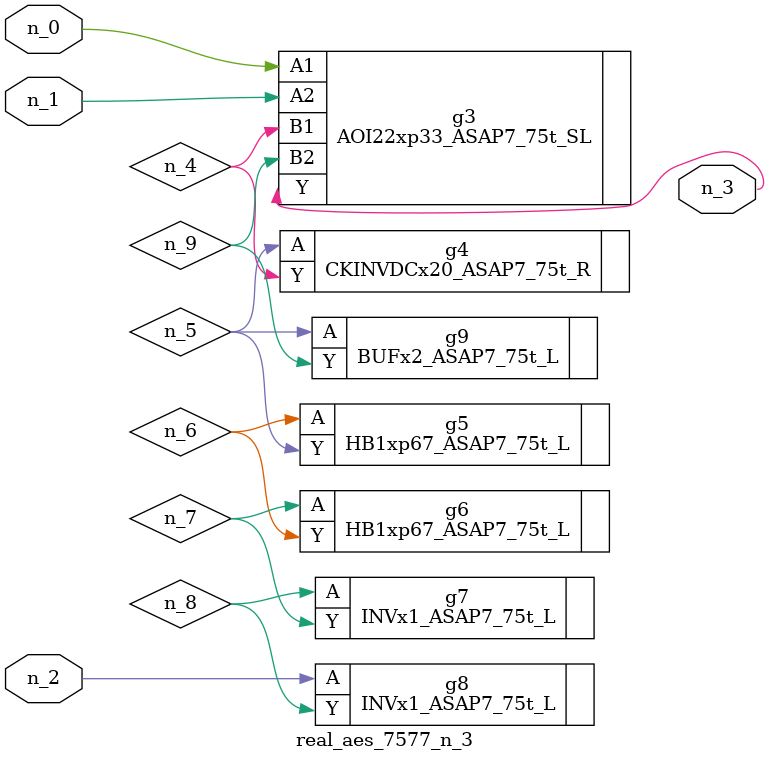
<source format=v>
module real_aes_7577_n_3 (n_0, n_2, n_1, n_3);
input n_0;
input n_2;
input n_1;
output n_3;
wire n_4;
wire n_5;
wire n_7;
wire n_9;
wire n_6;
wire n_8;
AOI22xp33_ASAP7_75t_SL g3 ( .A1(n_0), .A2(n_1), .B1(n_4), .B2(n_9), .Y(n_3) );
INVx1_ASAP7_75t_L g8 ( .A(n_2), .Y(n_8) );
CKINVDCx20_ASAP7_75t_R g4 ( .A(n_5), .Y(n_4) );
BUFx2_ASAP7_75t_L g9 ( .A(n_5), .Y(n_9) );
HB1xp67_ASAP7_75t_L g5 ( .A(n_6), .Y(n_5) );
HB1xp67_ASAP7_75t_L g6 ( .A(n_7), .Y(n_6) );
INVx1_ASAP7_75t_L g7 ( .A(n_8), .Y(n_7) );
endmodule
</source>
